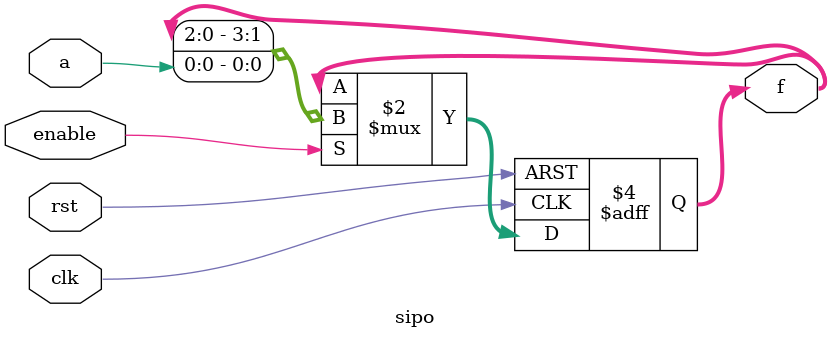
<source format=v>

module sipo #(parameter N = 4)(
input clk, rst, enable, a,
output reg [N-1:0]f);

	always @(posedge clk or posedge rst) begin
		if(rst)
			f <= 0;
		else if(enable)
			f <= {f[N-2:0],a};  
	end
endmodule	

</source>
